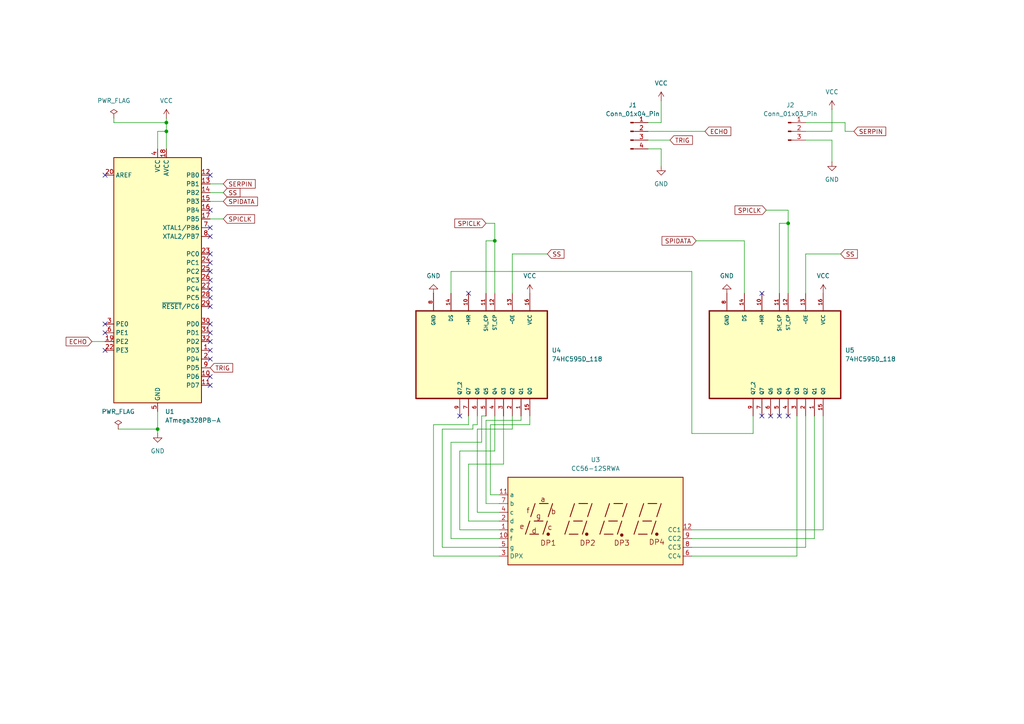
<source format=kicad_sch>
(kicad_sch (version 20250114) (generator "eeschema") (generator_version "9.0")
  (paper "A4")
  (lib_symbols
    (symbol "74HC595D_118:74HC595D_118" (pin_names (offset 1.016))
      (property "Reference" "U" (at -5.0872 17.9578 0))
      (property "Value" "74HC595D_118" (at -3.6383 -27.6558 0))
      (symbol "74HC595D_118_0_0"
        (rectangle (start -12.7 -22.86) (end 12.7 15.24) (stroke (width 0.4064)) (fill (type background)))
        (pin power_in line (at -17.78 10.16 0) (length 5.08) (name "VCC") (number "16"))
        (pin input line (at -17.78 5.08 0) (length 5.08) (name "~OE") (number "13"))
        (pin input line (at -17.78 0 0) (length 5.08) (name "ST_CP") (number "12"))
        (pin input line (at -17.78 -2.54 0) (length 5.08) (name "SH_CP") (number "11"))
        (pin input line (at -17.78 -7.62 0) (length 5.08) (name "~MR") (number "10"))
        (pin input line (at -17.78 -12.7 0) (length 5.08) (name "DS") (number "14"))
        (pin passive line (at -17.78 -17.78 0) (length 5.08) (name "GND") (number "8"))
        (pin output line (at 17.78 10.16 180) (length 5.08) (name "Q0") (number "15"))
        (pin output line (at 17.78 7.62 180) (length 5.08) (name "Q1") (number "1"))
        (pin output line (at 17.78 5.08 180) (length 5.08) (name "Q2") (number "2"))
        (pin output line (at 17.78 2.54 180) (length 5.08) (name "Q3") (number "3"))
        (pin output line (at 17.78 0 180) (length 5.08) (name "Q4") (number "4"))
        (pin output line (at 17.78 -2.54 180) (length 5.08) (name "Q5") (number "5"))
        (pin output line (at 17.78 -5.08 180) (length 5.08) (name "Q6") (number "6"))
        (pin output line (at 17.78 -7.62 180) (length 5.08) (name "Q7") (number "7"))
        (pin output line (at 17.78 -10.16 180) (length 5.08) (name "Q7_2") (number "9"))
      )
    )
    (symbol "Connector:Conn_01x03_Pin" (pin_names (offset 1.016) (hide yes))
      (property "Reference" "J" (at 0 5.08 0))
      (property "Value" "Conn_01x03_Pin" (at 0 -5.08 0))
      (symbol "Conn_01x03_Pin_1_1"
        (rectangle (start 0.8636 2.667) (end 0 2.413) (stroke (width 0.1524)) (fill (type outline)))
        (rectangle (start 0.8636 0.127) (end 0 -0.127) (stroke (width 0.1524)) (fill (type outline)))
        (rectangle (start 0.8636 -2.413) (end 0 -2.667) (stroke (width 0.1524)) (fill (type outline)))
        (polyline (pts (xy 1.27 2.54) (xy 0.8636 2.54)) (stroke (width 0.1524)))
        (polyline (pts (xy 1.27 0) (xy 0.8636 0)) (stroke (width 0.1524)))
        (polyline (pts (xy 1.27 -2.54) (xy 0.8636 -2.54)) (stroke (width 0.1524)))
        (pin passive line (at 5.08 2.54 180) (length 3.81) (name "Pin_1") (number "1"))
        (pin passive line (at 5.08 0 180) (length 3.81) (name "Pin_2") (number "2"))
        (pin passive line (at 5.08 -2.54 180) (length 3.81) (name "Pin_3") (number "3"))
      )
    )
    (symbol "Connector:Conn_01x04_Pin" (pin_names (offset 1.016) (hide yes))
      (property "Reference" "J" (at 0 5.08 0))
      (property "Value" "Conn_01x04_Pin" (at 0 -7.62 0))
      (symbol "Conn_01x04_Pin_1_1"
        (rectangle (start 0.8636 2.667) (end 0 2.413) (stroke (width 0.1524)) (fill (type outline)))
        (rectangle (start 0.8636 0.127) (end 0 -0.127) (stroke (width 0.1524)) (fill (type outline)))
        (rectangle (start 0.8636 -2.413) (end 0 -2.667) (stroke (width 0.1524)) (fill (type outline)))
        (rectangle (start 0.8636 -4.953) (end 0 -5.207) (stroke (width 0.1524)) (fill (type outline)))
        (polyline (pts (xy 1.27 2.54) (xy 0.8636 2.54)) (stroke (width 0.1524)))
        (polyline (pts (xy 1.27 0) (xy 0.8636 0)) (stroke (width 0.1524)))
        (polyline (pts (xy 1.27 -2.54) (xy 0.8636 -2.54)) (stroke (width 0.1524)))
        (polyline (pts (xy 1.27 -5.08) (xy 0.8636 -5.08)) (stroke (width 0.1524)))
        (pin passive line (at 5.08 2.54 180) (length 3.81) (name "Pin_1") (number "1"))
        (pin passive line (at 5.08 0 180) (length 3.81) (name "Pin_2") (number "2"))
        (pin passive line (at 5.08 -2.54 180) (length 3.81) (name "Pin_3") (number "3"))
        (pin passive line (at 5.08 -5.08 180) (length 3.81) (name "Pin_4") (number "4"))
      )
    )
    (symbol "Display_Character:CC56-12SRWA"
      (property "Reference" "U" (at -24.13 13.97 0))
      (property "Value" "CC56-12SRWA" (at 17.78 13.97 0))
      (symbol "CC56-12SRWA_0_0"
        (rectangle (start -25.4 12.7) (end 25.4 -12.7) (stroke (width 0.254)) (fill (type background)))
        (polyline (pts (xy -20.32 -3.81) (xy -19.05 0)) (stroke (width 0.254)))
        (polyline (pts (xy -19.05 -3.81) (xy -16.51 -3.81)) (stroke (width 0.254)))
        (polyline (pts (xy -18.796 1.27) (xy -17.526 5.08)) (stroke (width 0.254)))
        (polyline (pts (xy -17.78 0) (xy -15.24 0)) (stroke (width 0.254)))
        (polyline (pts (xy -16.256 5.08) (xy -13.716 5.08)) (stroke (width 0.254)))
        (polyline (pts (xy -15.24 -3.81) (xy -13.97 0)) (stroke (width 0.254)))
        (polyline (pts (xy -13.716 1.27) (xy -12.446 5.08)) (stroke (width 0.254)))
        (polyline (pts (xy -8.89 -3.81) (xy -7.62 0)) (stroke (width 0.254)))
        (polyline (pts (xy -7.62 -3.81) (xy -5.08 -3.81)) (stroke (width 0.254)))
        (polyline (pts (xy -7.366 1.27) (xy -6.096 5.08)) (stroke (width 0.254)))
        (polyline (pts (xy -6.35 0) (xy -3.81 0)) (stroke (width 0.254)))
        (polyline (pts (xy -4.826 5.08) (xy -2.286 5.08)) (stroke (width 0.254)))
        (polyline (pts (xy -3.81 -3.81) (xy -2.54 0)) (stroke (width 0.254)))
        (polyline (pts (xy -2.286 1.27) (xy -1.016 5.08)) (stroke (width 0.254)))
        (polyline (pts (xy 1.27 -3.81) (xy 2.54 0)) (stroke (width 0.254)))
        (polyline (pts (xy 2.54 -3.81) (xy 5.08 -3.81)) (stroke (width 0.254)))
        (polyline (pts (xy 2.794 1.27) (xy 4.064 5.08)) (stroke (width 0.254)))
        (polyline (pts (xy 3.81 0) (xy 6.35 0)) (stroke (width 0.254)))
        (polyline (pts (xy 5.334 5.08) (xy 7.874 5.08)) (stroke (width 0.254)))
        (polyline (pts (xy 6.35 -3.81) (xy 7.62 0)) (stroke (width 0.254)))
        (polyline (pts (xy 7.874 1.27) (xy 9.144 5.08)) (stroke (width 0.254)))
        (polyline (pts (xy 11.176 -3.81) (xy 12.446 0)) (stroke (width 0.254)))
        (polyline (pts (xy 12.446 -3.81) (xy 14.986 -3.81)) (stroke (width 0.254)))
        (polyline (pts (xy 12.7 1.27) (xy 13.97 5.08)) (stroke (width 0.254)))
        (polyline (pts (xy 13.716 0) (xy 16.256 0)) (stroke (width 0.254)))
        (polyline (pts (xy 15.24 5.08) (xy 17.78 5.08)) (stroke (width 0.254)))
        (polyline (pts (xy 16.256 -3.81) (xy 17.526 0)) (stroke (width 0.254)))
        (polyline (pts (xy 17.78 1.27) (xy 19.05 5.08)) (stroke (width 0.254)))
        (text "e" (at -21.336 -1.524 0) (effects (font (size 1.524 1.524))))
        (text "f" (at -19.558 3.048 0) (effects (font (size 1.524 1.524))))
        (text "d" (at -17.78 -2.794 0) (effects (font (size 1.524 1.524))))
        (text "g" (at -16.51 1.524 0) (effects (font (size 1.524 1.524))))
        (text "a" (at -15.24 6.35 0) (effects (font (size 1.524 1.524))))
        (text "DP1" (at -13.716 -6.35 0) (effects (font (size 1.524 1.524))))
        (text "c" (at -13.208 -1.778 0) (effects (font (size 1.524 1.524))))
        (text "b" (at -12.192 2.794 0) (effects (font (size 1.524 1.524))))
        (text "DP2" (at -2.286 -6.35 0) (effects (font (size 1.524 1.524))))
        (text "DP3" (at 7.62 -6.35 0) (effects (font (size 1.524 1.524))))
        (text "DP4" (at 17.78 -6.096 0) (effects (font (size 1.524 1.524))))
      )
      (symbol "CC56-12SRWA_0_1"
        (circle (center -13.716 -3.81) (radius 0.3556) (stroke (width 0.254)) (fill (type outline)))
        (circle (center -2.54 -3.81) (radius 0.3556) (stroke (width 0.254)) (fill (type outline)))
      )
      (symbol "CC56-12SRWA_1_0"
        (circle (center 7.62 -4.064) (radius 0.3556) (stroke (width 0.254)) (fill (type outline)))
        (circle (center 17.78 -3.81) (radius 0.3556) (stroke (width 0.254)) (fill (type outline)))
      )
      (symbol "CC56-12SRWA_1_1"
        (pin input line (at -27.94 7.62 0) (length 2.54) (name "a") (number "11"))
        (pin input line (at -27.94 5.08 0) (length 2.54) (name "b") (number "7"))
        (pin input line (at -27.94 2.54 0) (length 2.54) (name "c") (number "4"))
        (pin input line (at -27.94 0 0) (length 2.54) (name "d") (number "2"))
        (pin input line (at -27.94 -2.54 0) (length 2.54) (name "e") (number "1"))
        (pin input line (at -27.94 -5.08 0) (length 2.54) (name "f") (number "10"))
        (pin input line (at -27.94 -7.62 0) (length 2.54) (name "g") (number "5"))
        (pin input line (at -27.94 -10.16 0) (length 2.54) (name "DPX") (number "3"))
        (pin input line (at 27.94 -2.54 180) (length 2.54) (name "CC1") (number "12"))
        (pin input line (at 27.94 -5.08 180) (length 2.54) (name "CC2") (number "9"))
        (pin input line (at 27.94 -7.62 180) (length 2.54) (name "CC3") (number "8"))
        (pin input line (at 27.94 -10.16 180) (length 2.54) (name "CC4") (number "6"))
      )
    )
    (symbol "MCU_Microchip_ATmega:ATmega328PB-A"
      (property "Reference" "U" (at -12.7 36.83 0))
      (property "Value" "ATmega328PB-A" (at 2.54 -36.83 0))
      (symbol "ATmega328PB-A_0_1"
        (rectangle (start -12.7 -35.56) (end 12.7 35.56) (stroke (width 0.254)) (fill (type background)))
      )
      (symbol "ATmega328PB-A_1_1"
        (pin passive line (at -15.24 30.48 0) (length 2.54) (name "AREF") (number "20"))
        (pin bidirectional line (at -15.24 -12.7 0) (length 2.54) (name "PE0") (number "3"))
        (pin bidirectional line (at -15.24 -15.24 0) (length 2.54) (name "PE1") (number "6"))
        (pin bidirectional line (at -15.24 -17.78 0) (length 2.54) (name "PE2") (number "19"))
        (pin bidirectional line (at -15.24 -20.32 0) (length 2.54) (name "PE3") (number "22"))
        (pin power_in line (at 0 38.1 270) (length 2.54) (name "VCC") (number "4"))
        (pin passive line (at 0 -38.1 90) (length 2.54) (hide yes) (name "GND") (number "21"))
        (pin power_in line (at 0 -38.1 90) (length 2.54) (name "GND") (number "5"))
        (pin power_in line (at 2.54 38.1 270) (length 2.54) (name "AVCC") (number "18"))
        (pin bidirectional line (at 15.24 30.48 180) (length 2.54) (name "PB0") (number "12"))
        (pin bidirectional line (at 15.24 27.94 180) (length 2.54) (name "PB1") (number "13"))
        (pin bidirectional line (at 15.24 25.4 180) (length 2.54) (name "PB2") (number "14"))
        (pin bidirectional line (at 15.24 22.86 180) (length 2.54) (name "PB3") (number "15"))
        (pin bidirectional line (at 15.24 20.32 180) (length 2.54) (name "PB4") (number "16"))
        (pin bidirectional line (at 15.24 17.78 180) (length 2.54) (name "PB5") (number "17"))
        (pin bidirectional line (at 15.24 15.24 180) (length 2.54) (name "XTAL1/PB6") (number "7"))
        (pin bidirectional line (at 15.24 12.7 180) (length 2.54) (name "XTAL2/PB7") (number "8"))
        (pin bidirectional line (at 15.24 7.62 180) (length 2.54) (name "PC0") (number "23"))
        (pin bidirectional line (at 15.24 5.08 180) (length 2.54) (name "PC1") (number "24"))
        (pin bidirectional line (at 15.24 2.54 180) (length 2.54) (name "PC2") (number "25"))
        (pin bidirectional line (at 15.24 0 180) (length 2.54) (name "PC3") (number "26"))
        (pin bidirectional line (at 15.24 -2.54 180) (length 2.54) (name "PC4") (number "27"))
        (pin bidirectional line (at 15.24 -5.08 180) (length 2.54) (name "PC5") (number "28"))
        (pin bidirectional line (at 15.24 -7.62 180) (length 2.54) (name "~{RESET}/PC6") (number "29"))
        (pin bidirectional line (at 15.24 -12.7 180) (length 2.54) (name "PD0") (number "30"))
        (pin bidirectional line (at 15.24 -15.24 180) (length 2.54) (name "PD1") (number "31"))
        (pin bidirectional line (at 15.24 -17.78 180) (length 2.54) (name "PD2") (number "32"))
        (pin bidirectional line (at 15.24 -20.32 180) (length 2.54) (name "PD3") (number "1"))
        (pin bidirectional line (at 15.24 -22.86 180) (length 2.54) (name "PD4") (number "2"))
        (pin bidirectional line (at 15.24 -25.4 180) (length 2.54) (name "PD5") (number "9"))
        (pin bidirectional line (at 15.24 -27.94 180) (length 2.54) (name "PD6") (number "10"))
        (pin bidirectional line (at 15.24 -30.48 180) (length 2.54) (name "PD7") (number "11"))
      )
    )
    (symbol "power:GND" (power) (pin_numbers (hide yes)) (pin_names (offset 0) (hide yes))
      (property "Value" "GND" (at 0 -3.81 0))
      (symbol "GND_0_1"
        (polyline (pts (xy 0 0) (xy 0 -1.27) (xy 1.27 -1.27) (xy 0 -2.54) (xy -1.27 -1.27) (xy 0 -1.27)))
      )
      (symbol "GND_1_1"
        (pin power_in line (at 0 0 270) (length 0) (name "~") (number "1"))
      )
    )
    (symbol "power:PWR_FLAG" (power) (pin_numbers (hide yes)) (pin_names (offset 0) (hide yes))
      (property "Value" "PWR_FLAG" (at 0 3.81 0))
      (symbol "PWR_FLAG_0_0"
        (pin power_out line (at 0 0 90) (length 0) (name "~") (number "1"))
      )
      (symbol "PWR_FLAG_0_1"
        (polyline (pts (xy 0 0) (xy 0 1.27) (xy -1.016 1.905) (xy 0 2.54) (xy 1.016 1.905) (xy 0 1.27)))
      )
    )
    (symbol "power:VCC" (power) (pin_numbers (hide yes)) (pin_names (offset 0) (hide yes))
      (property "Value" "VCC" (at 0 3.556 0))
      (symbol "VCC_0_1"
        (polyline (pts (xy -0.762 1.27) (xy 0 2.54)))
        (polyline (pts (xy 0 2.54) (xy 0.762 1.27)))
        (polyline (pts (xy 0 0) (xy 0 2.54)))
      )
      (symbol "VCC_1_1"
        (pin power_in line (at 0 0 90) (length 0) (name "~") (number "1"))
      )
    )
  )
  (junction (at 48.26 35.56))
  (junction (at 228.6 64.77))
  (junction (at 143.51 69.85))
  (junction (at 45.72 124.46))
  (junction (at 48.26 38.1))
  (no_connect (at 60.96 78.74))
  (no_connect (at 226.06 120.65))
  (no_connect (at 60.96 104.14))
  (no_connect (at 60.96 101.6))
  (no_connect (at 60.96 50.8))
  (no_connect (at 220.98 85.09))
  (no_connect (at 60.96 60.96))
  (no_connect (at 60.96 109.22))
  (no_connect (at 60.96 76.2))
  (no_connect (at 60.96 73.66))
  (no_connect (at 60.96 66.04))
  (no_connect (at 223.52 120.65))
  (no_connect (at 60.96 68.58))
  (no_connect (at 30.48 101.6))
  (no_connect (at 60.96 99.06))
  (no_connect (at 60.96 81.28))
  (no_connect (at 30.48 50.8))
  (no_connect (at 60.96 88.9))
  (no_connect (at 228.6 120.65))
  (no_connect (at 135.89 85.09))
  (no_connect (at 133.35 120.65))
  (no_connect (at 30.48 96.52))
  (no_connect (at 60.96 96.52))
  (no_connect (at 220.98 120.65))
  (no_connect (at 60.96 93.98))
  (no_connect (at 60.96 86.36))
  (no_connect (at 30.48 93.98))
  (no_connect (at 60.96 83.82))
  (no_connect (at 60.96 111.76))
  (wire (pts (xy 187.96 43.18) (xy 191.77 43.18)))
  (wire (pts (xy 140.97 120.65) (xy 139.7 120.65)))
  (wire (pts (xy 241.3 31.75) (xy 241.3 38.1)))
  (wire (pts (xy 148.59 124.46) (xy 138.43 124.46)))
  (wire (pts (xy 48.26 38.1) (xy 48.26 43.18)))
  (wire (pts (xy 215.9 85.09) (xy 215.9 69.85)))
  (wire (pts (xy 146.05 134.62) (xy 135.89 134.62)))
  (wire (pts (xy 233.68 40.64) (xy 241.3 40.64)))
  (wire (pts (xy 133.35 153.67) (xy 144.78 153.67)))
  (wire (pts (xy 128.27 158.75) (xy 144.78 158.75)))
  (wire (pts (xy 228.6 64.77) (xy 228.6 60.96)))
  (wire (pts (xy 153.67 123.19) (xy 142.24 123.19)))
  (wire (pts (xy 238.76 120.65) (xy 238.76 153.67)))
  (wire (pts (xy 226.06 85.09) (xy 226.06 64.77)))
  (wire (pts (xy 201.93 69.85) (xy 215.9 69.85)))
  (wire (pts (xy 138.43 123.19) (xy 137.16 123.19)))
  (wire (pts (xy 130.81 128.27) (xy 130.81 156.21)))
  (wire (pts (xy 135.89 120.65) (xy 135.89 123.19)))
  (wire (pts (xy 143.51 130.81) (xy 133.35 130.81)))
  (wire (pts (xy 148.59 120.65) (xy 148.59 124.46)))
  (wire (pts (xy 187.96 40.64) (xy 194.31 40.64)))
  (wire (pts (xy 245.11 38.1) (xy 247.65 38.1)))
  (wire (pts (xy 241.3 40.64) (xy 241.3 46.99)))
  (wire (pts (xy 200.66 156.21) (xy 236.22 156.21)))
  (wire (pts (xy 130.81 156.21) (xy 144.78 156.21)))
  (wire (pts (xy 130.81 78.74) (xy 200.66 78.74)))
  (wire (pts (xy 60.96 55.88) (xy 64.77 55.88)))
  (wire (pts (xy 233.68 35.56) (xy 245.11 35.56)))
  (wire (pts (xy 231.14 120.65) (xy 231.14 161.29)))
  (wire (pts (xy 60.96 63.5) (xy 64.77 63.5)))
  (wire (pts (xy 148.59 73.66) (xy 158.75 73.66)))
  (wire (pts (xy 138.43 124.46) (xy 138.43 148.59)))
  (wire (pts (xy 138.43 148.59) (xy 144.78 148.59)))
  (wire (pts (xy 143.51 120.65) (xy 143.51 130.81)))
  (wire (pts (xy 226.06 64.77) (xy 228.6 64.77)))
  (wire (pts (xy 45.72 119.38) (xy 45.72 124.46)))
  (wire (pts (xy 130.81 85.09) (xy 130.81 78.74)))
  (wire (pts (xy 218.44 125.73) (xy 218.44 120.65)))
  (wire (pts (xy 60.96 53.34) (xy 64.77 53.34)))
  (wire (pts (xy 60.96 58.42) (xy 64.77 58.42)))
  (wire (pts (xy 233.68 38.1) (xy 241.3 38.1)))
  (wire (pts (xy 146.05 120.65) (xy 146.05 134.62)))
  (wire (pts (xy 135.89 151.13) (xy 144.78 151.13)))
  (wire (pts (xy 45.72 38.1) (xy 48.26 38.1)))
  (wire (pts (xy 135.89 123.19) (xy 125.73 123.19)))
  (wire (pts (xy 139.7 128.27) (xy 130.81 128.27)))
  (wire (pts (xy 135.89 134.62) (xy 135.89 151.13)))
  (wire (pts (xy 45.72 124.46) (xy 45.72 125.73)))
  (wire (pts (xy 245.11 35.56) (xy 245.11 38.1)))
  (wire (pts (xy 200.66 153.67) (xy 238.76 153.67)))
  (wire (pts (xy 233.68 158.75) (xy 200.66 158.75)))
  (wire (pts (xy 125.73 123.19) (xy 125.73 161.29)))
  (wire (pts (xy 151.13 120.65) (xy 151.13 121.92)))
  (wire (pts (xy 222.25 60.96) (xy 228.6 60.96)))
  (wire (pts (xy 26.67 99.06) (xy 30.48 99.06)))
  (wire (pts (xy 191.77 43.18) (xy 191.77 48.26)))
  (wire (pts (xy 231.14 161.29) (xy 200.66 161.29)))
  (wire (pts (xy 142.24 123.19) (xy 142.24 143.51)))
  (wire (pts (xy 140.97 121.92) (xy 140.97 146.05)))
  (wire (pts (xy 153.67 120.65) (xy 153.67 123.19)))
  (wire (pts (xy 125.73 161.29) (xy 144.78 161.29)))
  (wire (pts (xy 138.43 120.65) (xy 138.43 123.19)))
  (wire (pts (xy 128.27 124.46) (xy 128.27 158.75)))
  (wire (pts (xy 187.96 38.1) (xy 204.47 38.1)))
  (wire (pts (xy 33.02 34.29) (xy 33.02 35.56)))
  (wire (pts (xy 228.6 85.09) (xy 228.6 64.77)))
  (wire (pts (xy 148.59 85.09) (xy 148.59 73.66)))
  (wire (pts (xy 48.26 35.56) (xy 48.26 38.1)))
  (wire (pts (xy 200.66 78.74) (xy 200.66 125.73)))
  (wire (pts (xy 142.24 143.51) (xy 144.78 143.51)))
  (wire (pts (xy 233.68 120.65) (xy 233.68 158.75)))
  (wire (pts (xy 137.16 124.46) (xy 128.27 124.46)))
  (wire (pts (xy 140.97 85.09) (xy 140.97 69.85)))
  (wire (pts (xy 143.51 64.77) (xy 143.51 69.85)))
  (wire (pts (xy 233.68 85.09) (xy 233.68 73.66)))
  (wire (pts (xy 200.66 125.73) (xy 218.44 125.73)))
  (wire (pts (xy 133.35 130.81) (xy 133.35 153.67)))
  (wire (pts (xy 140.97 64.77) (xy 143.51 64.77)))
  (wire (pts (xy 233.68 73.66) (xy 243.84 73.66)))
  (wire (pts (xy 140.97 69.85) (xy 143.51 69.85)))
  (wire (pts (xy 140.97 146.05) (xy 144.78 146.05)))
  (wire (pts (xy 187.96 35.56) (xy 191.77 35.56)))
  (wire (pts (xy 33.02 35.56) (xy 48.26 35.56)))
  (wire (pts (xy 143.51 69.85) (xy 143.51 85.09)))
  (wire (pts (xy 137.16 123.19) (xy 137.16 124.46)))
  (wire (pts (xy 34.29 124.46) (xy 45.72 124.46)))
  (wire (pts (xy 236.22 156.21) (xy 236.22 120.65)))
  (wire (pts (xy 191.77 29.21) (xy 191.77 35.56)))
  (wire (pts (xy 139.7 120.65) (xy 139.7 128.27)))
  (wire (pts (xy 151.13 121.92) (xy 140.97 121.92)))
  (wire (pts (xy 48.26 34.29) (xy 48.26 35.56)))
  (wire (pts (xy 45.72 43.18) (xy 45.72 38.1)))
  (global_label "SPIDATA" (shape input) (at 201.93 69.85 180) (property "Intersheetrefs" "${INTERSHEET_REFS}" (effects (hide yes))))
  (global_label "TRIG" (shape input) (at 194.31 40.64 0) (property "Intersheetrefs" "${INTERSHEET_REFS}" (effects (hide yes))))
  (global_label "SPICLK" (shape input) (at 222.25 60.96 180) (property "Intersheetrefs" "${INTERSHEET_REFS}" (effects (hide yes))))
  (global_label "SERPIN" (shape input) (at 247.65 38.1 0) (property "Intersheetrefs" "${INTERSHEET_REFS}" (effects (hide yes))))
  (global_label "SS" (shape input) (at 64.77 55.88 0) (property "Intersheetrefs" "${INTERSHEET_REFS}" (effects (hide yes))))
  (global_label "SPICLK" (shape input) (at 64.77 63.5 0) (property "Intersheetrefs" "${INTERSHEET_REFS}" (effects (hide yes))))
  (global_label "SERPIN" (shape input) (at 64.77 53.34 0) (property "Intersheetrefs" "${INTERSHEET_REFS}" (effects (hide yes))))
  (global_label "ECHO" (shape input) (at 26.67 99.06 180) (property "Intersheetrefs" "${INTERSHEET_REFS}" (effects (hide yes))))
  (global_label "SPICLK" (shape input) (at 140.97 64.77 180) (property "Intersheetrefs" "${INTERSHEET_REFS}" (effects (hide yes))))
  (global_label "ECHO" (shape input) (at 204.47 38.1 0) (property "Intersheetrefs" "${INTERSHEET_REFS}" (effects (hide yes))))
  (global_label "SS" (shape input) (at 243.84 73.66 0) (property "Intersheetrefs" "${INTERSHEET_REFS}" (effects (hide yes))))
  (global_label "SPIDATA" (shape input) (at 64.77 58.42 0) (property "Intersheetrefs" "${INTERSHEET_REFS}" (effects (hide yes))))
  (global_label "SS" (shape input) (at 158.75 73.66 0) (property "Intersheetrefs" "${INTERSHEET_REFS}" (effects (hide yes))))
  (global_label "TRIG" (shape input) (at 60.96 106.68 0) (property "Intersheetrefs" "${INTERSHEET_REFS}" (effects (hide yes))))
  (symbol (lib_id "power:PWR_FLAG") (at 33.02 34.29 0) (unit 1)
    (property "Reference" "#FLG01" (effects (hide yes)))
    (property "Value" "PWR_FLAG" (at 33.02 29.21 0))
    (property "Description" "Special symbol for telling ERC where power comes from" (effects (hide yes)))
  )
  (symbol (lib_id "power:VCC") (at 153.67 85.09 0) (unit 1)
    (property "Reference" "#PWR08" (effects (hide yes)))
    (property "Value" "VCC" (at 153.67 80.01 0))
    (property "Description" "Power symbol creates a global label with name \"VCC\"" (effects (hide yes)))
  )
  (symbol (lib_id "power:VCC") (at 48.26 34.29 0) (unit 1)
    (property "Reference" "#PWR01" (effects (hide yes)))
    (property "Value" "VCC" (at 48.26 29.21 0))
    (property "Description" "Power symbol creates a global label with name \"VCC\"" (effects (hide yes)))
  )
  (symbol (lib_id "power:GND") (at 125.73 85.09 180) (unit 1)
    (property "Reference" "#PWR09" (effects (hide yes)))
    (property "Value" "GND" (at 125.73 80.01 0))
    (property "Description" "Power symbol creates a global label with name \"GND\" , ground" (effects (hide yes)))
  )
  (symbol (lib_id "power:GND") (at 45.72 125.73 0) (unit 1)
    (property "Reference" "#PWR04" (effects (hide yes)))
    (property "Value" "GND" (at 45.72 130.81 0))
    (property "Description" "Power symbol creates a global label with name \"GND\" , ground" (effects (hide yes)))
  )
  (symbol (lib_id "74HC595D_118:74HC595D_118") (at 143.51 102.87 270) (unit 1)
    (property "Reference" "U4" (at 160.02 101.5999 90) (effects (justify left)))
    (property "Value" "74HC595D_118" (at 160.02 104.1399 90) (effects (justify left)))
    (property "Footprint" "74HC595D_118:SOIC127P600X175-16N" (effects (hide yes)))
    (property "MF" "Nexperia USA" (effects (hide yes)))
    (property "Description_1" "Shift Shift Register 1 Element 8 Bit 16-SO" (effects (hide yes)))
    (property "PACKAGE" "SOIC-16" (effects (hide yes)))
    (property "MPN" "74HC595D,118" (effects (hide yes)))
    (property "Price" "None" (effects (hide yes)))
    (property "Package" "SOIC-16 ON Semiconductor" (effects (hide yes)))
    (property "OC_FARNELL" "1826845" (effects (hide yes)))
    (property "SnapEDA_Link" "https://www.snapeda.com/parts/74HC595D,118/Nexperia/view-part/?ref=snap" (effects (hide yes)))
    (property "MP" "74HC595D,118" (effects (hide yes)))
    (property "SUPPLIER" "NXP Semiconductors" (effects (hide yes)))
    (property "OC_NEWARK" "78R6262" (effects (hide yes)))
    (property "Availability" "In Stock" (effects (hide yes)))
    (property "Check_prices" "https://www.snapeda.com/parts/74HC595D,118/Nexperia/view-part/?ref=eda" (effects (hide yes)))
  )
  (symbol (lib_id "power:PWR_FLAG") (at 34.29 124.46 0) (unit 1)
    (property "Reference" "#FLG02" (effects (hide yes)))
    (property "Value" "PWR_FLAG" (at 34.29 119.38 0))
    (property "Description" "Special symbol for telling ERC where power comes from" (effects (hide yes)))
  )
  (symbol (lib_id "power:VCC") (at 238.76 85.09 0) (unit 1)
    (property "Reference" "#PWR07" (effects (hide yes)))
    (property "Value" "VCC" (at 238.76 80.01 0))
    (property "Description" "Power symbol creates a global label with name \"VCC\"" (effects (hide yes)))
  )
  (symbol (lib_id "Connector:Conn_01x04_Pin") (at 182.88 38.1 0) (unit 1)
    (property "Reference" "J1" (at 183.515 30.48 0))
    (property "Value" "Conn_01x04_Pin" (at 183.515 33.02 0))
    (property "Description" "Generic connector, single row, 01x04, script generated" (effects (hide yes)))
  )
  (symbol (lib_id "power:VCC") (at 191.77 29.21 0) (unit 1)
    (property "Reference" "#PWR03" (effects (hide yes)))
    (property "Value" "VCC" (at 191.77 24.13 0))
    (property "Description" "Power symbol creates a global label with name \"VCC\"" (effects (hide yes)))
  )
  (symbol (lib_id "power:VCC") (at 241.3 31.75 0) (unit 1)
    (property "Reference" "#PWR05" (effects (hide yes)))
    (property "Value" "VCC" (at 241.3 26.67 0))
    (property "Description" "Power symbol creates a global label with name \"VCC\"" (effects (hide yes)))
  )
  (symbol (lib_id "Connector:Conn_01x03_Pin") (at 228.6 38.1 0) (unit 1)
    (property "Reference" "J2" (at 229.235 30.48 0))
    (property "Value" "Conn_01x03_Pin" (at 229.235 33.02 0))
    (property "Description" "Generic connector, single row, 01x03, script generated" (effects (hide yes)))
  )
  (symbol (lib_id "74HC595D_118:74HC595D_118") (at 228.6 102.87 270) (unit 1)
    (property "Reference" "U5" (at 245.11 101.5999 90) (effects (justify left)))
    (property "Value" "74HC595D_118" (at 245.11 104.1399 90) (effects (justify left)))
    (property "Footprint" "74HC595D_118:SOIC127P600X175-16N" (effects (hide yes)))
    (property "MF" "Nexperia USA" (effects (hide yes)))
    (property "Description_1" "Shift Shift Register 1 Element 8 Bit 16-SO" (effects (hide yes)))
    (property "PACKAGE" "SOIC-16" (effects (hide yes)))
    (property "MPN" "74HC595D,118" (effects (hide yes)))
    (property "Price" "None" (effects (hide yes)))
    (property "Package" "SOIC-16 ON Semiconductor" (effects (hide yes)))
    (property "OC_FARNELL" "1826845" (effects (hide yes)))
    (property "SnapEDA_Link" "https://www.snapeda.com/parts/74HC595D,118/Nexperia/view-part/?ref=snap" (effects (hide yes)))
    (property "MP" "74HC595D,118" (effects (hide yes)))
    (property "SUPPLIER" "NXP Semiconductors" (effects (hide yes)))
    (property "OC_NEWARK" "78R6262" (effects (hide yes)))
    (property "Availability" "In Stock" (effects (hide yes)))
    (property "Check_prices" "https://www.snapeda.com/parts/74HC595D,118/Nexperia/view-part/?ref=eda" (effects (hide yes)))
  )
  (symbol (lib_id "power:GND") (at 241.3 46.99 0) (unit 1)
    (property "Reference" "#PWR06" (effects (hide yes)))
    (property "Value" "GND" (at 241.3 52.07 0))
    (property "Description" "Power symbol creates a global label with name \"GND\" , ground" (effects (hide yes)))
  )
  (symbol (lib_id "power:GND") (at 191.77 48.26 0) (unit 1)
    (property "Reference" "#PWR02" (effects (hide yes)))
    (property "Value" "GND" (at 191.77 53.34 0))
    (property "Description" "Power symbol creates a global label with name \"GND\" , ground" (effects (hide yes)))
  )
  (symbol (lib_id "MCU_Microchip_ATmega:ATmega328PB-A") (at 45.72 81.28 0) (unit 1)
    (property "Reference" "U1" (at 47.8633 119.38 0) (effects (justify left)))
    (property "Value" "ATmega328PB-A" (at 47.8633 121.92 0) (effects (justify left)))
    (property "Footprint" "Package_QFP:TQFP-32_7x7mm_P0.8mm" (effects (hide yes)))
    (property "Datasheet" "http://ww1.microchip.com/downloads/en/DeviceDoc/40001906C.pdf" (effects (hide yes)))
    (property "Description" "20MHz, 32kB Flash, 2kB SRAM, 1kB EEPROM, TQFP-32" (effects (hide yes)))
  )
  (symbol (lib_id "power:GND") (at 210.82 85.09 180) (unit 1)
    (property "Reference" "#PWR010" (effects (hide yes)))
    (property "Value" "GND" (at 210.82 80.01 0))
    (property "Description" "Power symbol creates a global label with name \"GND\" , ground" (effects (hide yes)))
  )
  (symbol (lib_id "Display_Character:CC56-12SRWA") (at 172.72 151.13 0) (unit 1)
    (property "Reference" "U3" (at 172.72 133.35 0))
    (property "Value" "CC56-12SRWA" (at 172.72 135.89 0))
    (property "Footprint" "Display_7Segment:CA56-12SRWA" (effects (hide yes)))
    (property "Datasheet" "http://www.kingbrightusa.com/images/catalog/SPEC/CC56-12SRWA.pdf" (effects (hide yes)))
    (property "Description" "4 digit 7 segment super bright red LED, common cathode" (effects (hide yes)))
  )
)
</source>
